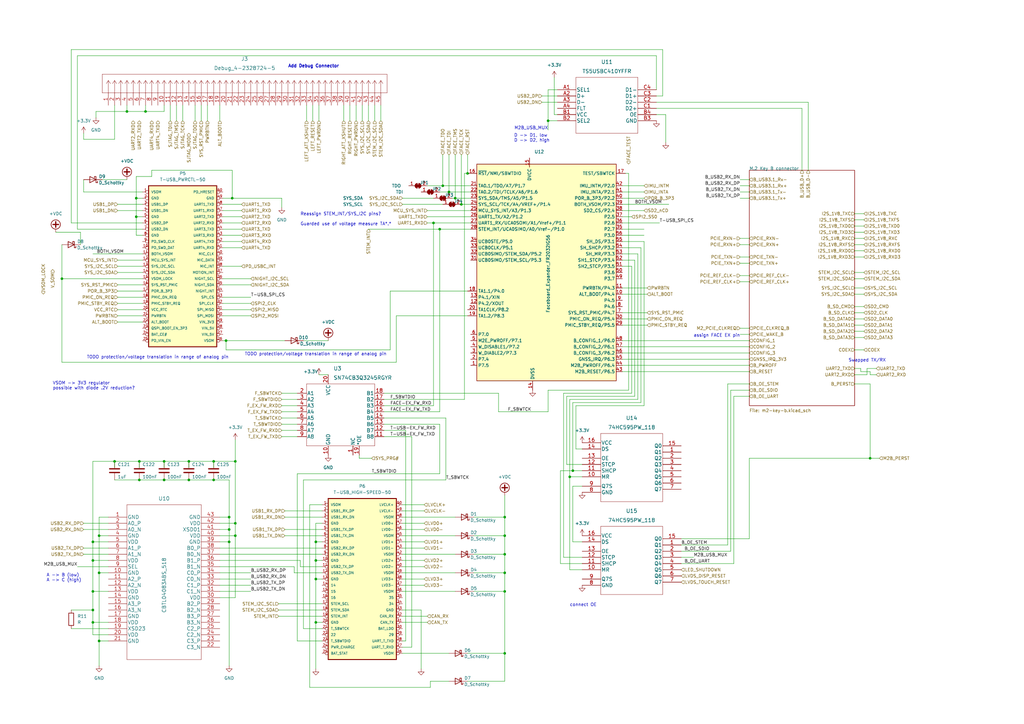
<source format=kicad_sch>
(kicad_sch (version 20211123) (generator eeschema)
  (paper "A3")
  (title_block (title "Expander, M.2 Key B and T-USB") (date "2022-08-23") (company "Digital Sculptor GmbH"))
  (junction (at 92.71 139.7))
  (junction (at 77.47 189.23))
  (junction (at 234.95 193.04))
  (junction (at 38.1 250.19))
  (junction (at 38.1 222.25))
  (junction (at 233.68 195.58))
  (junction (at 129.54 255.27))
  (junction (at 191.77 71.12))
  (junction (at 180.34 93.98))
  (junction (at 93.98 212.09))
  (junction (at 25.4 114.3))
  (junction (at 189.23 83.82))
  (junction (at 184.15 78.74))
  (junction (at 40.64 219.71))
  (junction (at 55.88 81.28))
  (junction (at 87.63 196.85))
  (junction (at 207.01 234.95))
  (junction (at 87.63 189.23))
  (junction (at 129.54 229.87))
  (junction (at 46.99 189.23))
  (junction (at 207.01 227.33))
  (junction (at 67.31 196.85))
  (junction (at 93.98 217.17))
  (junction (at 96.52 189.23))
  (junction (at 38.1 229.87))
  (junction (at 207.01 219.71))
  (junction (at 186.69 81.28))
  (junction (at 95.25 81.28))
  (junction (at 96.52 219.71))
  (junction (at 38.1 255.27))
  (junction (at 52.07 45.72))
  (junction (at 40.64 262.89))
  (junction (at 181.61 76.2))
  (junction (at 129.54 222.25))
  (junction (at 129.54 237.49))
  (junction (at 57.15 196.85))
  (junction (at 77.47 196.85))
  (junction (at 59.69 45.72))
  (junction (at 177.8 91.44))
  (junction (at 356.87 187.96))
  (junction (at 96.52 214.63))
  (junction (at 93.98 222.25))
  (junction (at 207.01 267.97))
  (junction (at 55.88 88.9))
  (junction (at 224.79 49.53))
  (junction (at 67.31 189.23))
  (junction (at 207.01 242.57))
  (junction (at 38.1 242.57))
  (junction (at 207.01 212.09))
  (junction (at 57.15 189.23))
  (junction (at 40.64 234.95))
  (wire (pts (xy 255.27 139.7) (xy 307.34 139.7)))
  (wire (pts (xy 48.26 121.92) (xy 58.42 121.92)))
  (wire (pts (xy 157.48 168.91) (xy 180.34 168.91)))
  (wire (pts (xy 91.44 116.84) (xy 102.87 116.84)))
  (wire (pts (xy 194.31 234.95) (xy 207.01 234.95)))
  (wire (pts (xy 115.57 166.37) (xy 121.92 166.37)))
  (wire (pts (xy 157.48 161.29) (xy 204.47 161.29)))
  (wire (pts (xy 85.09 49.53) (xy 85.09 43.18)))
  (wire (pts (xy 166.37 176.53) (xy 166.37 262.89)))
  (wire (pts (xy 57.15 189.23) (xy 67.31 189.23)))
  (wire (pts (xy 134.62 139.7) (xy 124.46 139.7)))
  (wire (pts (xy 55.88 88.9) (xy 55.88 96.52)))
  (wire (pts (xy 57.15 189.23) (xy 57.15 191.77)))
  (wire (pts (xy 350.52 135.89) (xy 354.33 135.89)))
  (wire (pts (xy 40.64 262.89) (xy 40.64 273.05)))
  (wire (pts (xy 238.76 184.15) (xy 236.22 184.15)))
  (wire (pts (xy 350.52 118.11) (xy 354.33 118.11)))
  (wire (pts (xy 229.87 193.04) (xy 234.95 193.04)))
  (wire (pts (xy 95.25 69.85) (xy 95.25 81.28)))
  (wire (pts (xy 207.01 203.2) (xy 207.01 212.09)))
  (wire (pts (xy 228.6 36.83) (xy 224.79 36.83)))
  (wire (pts (xy 255.27 106.68) (xy 260.35 106.68)))
  (wire (pts (xy 236.22 184.15) (xy 236.22 166.37)))
  (wire (pts (xy 91.44 129.54) (xy 102.87 129.54)))
  (wire (pts (xy 356.87 157.48) (xy 356.87 187.96)))
  (wire (pts (xy 204.47 161.29) (xy 204.47 168.91)))
  (wire (pts (xy 87.63 189.23) (xy 87.63 191.77)))
  (wire (pts (xy 350.52 125.73) (xy 354.33 125.73)))
  (wire (pts (xy 162.56 129.54) (xy 162.56 148.59)))
  (wire (pts (xy 262.89 101.6) (xy 262.89 165.1)))
  (wire (pts (xy 350.52 130.81) (xy 354.33 130.81)))
  (wire (pts (xy 160.02 143.51) (xy 92.71 143.51)))
  (wire (pts (xy 300.99 231.14) (xy 300.99 162.56)))
  (wire (pts (xy 90.17 242.57) (xy 102.87 242.57)))
  (wire (pts (xy 55.88 81.28) (xy 55.88 88.9)))
  (wire (pts (xy 350.52 100.33) (xy 354.33 100.33)))
  (wire (pts (xy 93.98 196.85) (xy 93.98 212.09)))
  (wire (pts (xy 186.69 63.5) (xy 186.69 81.28)))
  (wire (pts (xy 271.78 39.37) (xy 271.78 20.32)))
  (wire (pts (xy 151.13 43.18) (xy 151.13 49.53)))
  (wire (pts (xy 279.4 231.14) (xy 300.99 231.14)))
  (wire (pts (xy 90.17 49.53) (xy 90.17 43.18)))
  (wire (pts (xy 165.1 83.82) (xy 181.61 83.82)))
  (wire (pts (xy 165.1 255.27) (xy 175.26 255.27)))
  (wire (pts (xy 299.72 160.02) (xy 307.34 160.02)))
  (wire (pts (xy 34.29 57.15) (xy 46.99 57.15)))
  (wire (pts (xy 224.79 49.53) (xy 224.79 53.34)))
  (wire (pts (xy 350.52 143.51) (xy 354.33 143.51)))
  (wire (pts (xy 74.93 49.53) (xy 74.93 43.18)))
  (wire (pts (xy 350.52 128.27) (xy 354.33 128.27)))
  (wire (pts (xy 182.88 196.85) (xy 124.46 196.85)))
  (wire (pts (xy 191.77 279.4) (xy 207.01 279.4)))
  (wire (pts (xy 176.53 281.94) (xy 176.53 279.4)))
  (wire (pts (xy 91.44 96.52) (xy 99.06 96.52)))
  (wire (pts (xy 130.81 153.67) (xy 134.62 153.67)))
  (wire (pts (xy 224.79 160.02) (xy 224.79 168.91)))
  (wire (pts (xy 127 281.94) (xy 176.53 281.94)))
  (wire (pts (xy 191.77 71.12) (xy 190.5 71.12)))
  (wire (pts (xy 58.42 81.28) (xy 55.88 81.28)))
  (wire (pts (xy 350.52 90.17) (xy 354.33 90.17)))
  (wire (pts (xy 55.88 88.9) (xy 58.42 88.9)))
  (wire (pts (xy 284.48 228.6) (xy 279.4 228.6)))
  (wire (pts (xy 255.27 147.32) (xy 307.34 147.32)))
  (wire (pts (xy 255.27 133.35) (xy 265.43 133.35)))
  (wire (pts (xy 303.53 73.66) (xy 307.34 73.66)))
  (wire (pts (xy 31.75 232.41) (xy 44.45 232.41)))
  (wire (pts (xy 91.44 127) (xy 102.87 127)))
  (wire (pts (xy 255.27 149.86) (xy 307.34 149.86)))
  (wire (pts (xy 177.8 91.44) (xy 193.04 91.44)))
  (wire (pts (xy 269.24 41.91) (xy 331.47 41.91)))
  (wire (pts (xy 255.27 118.11) (xy 265.43 118.11)))
  (wire (pts (xy 57.15 196.85) (xy 67.31 196.85)))
  (wire (pts (xy 120.65 232.41) (xy 90.17 232.41)))
  (wire (pts (xy 259.08 109.22) (xy 255.27 109.22)))
  (wire (pts (xy 260.35 162.56) (xy 232.41 162.56)))
  (wire (pts (xy 34.29 73.66) (xy 34.29 78.74)))
  (wire (pts (xy 165.1 240.03) (xy 173.99 240.03)))
  (wire (pts (xy 255.27 88.9) (xy 259.08 88.9)))
  (wire (pts (xy 165.1 250.19) (xy 172.72 250.19)))
  (wire (pts (xy 165.1 217.17) (xy 173.99 217.17)))
  (wire (pts (xy 303.53 115.57) (xy 307.34 115.57)))
  (wire (pts (xy 181.61 63.5) (xy 181.61 76.2)))
  (wire (pts (xy 207.01 234.95) (xy 207.01 227.33)))
  (wire (pts (xy 175.26 86.36) (xy 193.04 86.36)))
  (wire (pts (xy 224.79 36.83) (xy 224.79 49.53)))
  (wire (pts (xy 91.44 124.46) (xy 102.87 124.46)))
  (wire (pts (xy 38.1 255.27) (xy 38.1 260.35)))
  (wire (pts (xy 233.68 163.83) (xy 261.62 163.83)))
  (wire (pts (xy 77.47 196.85) (xy 87.63 196.85)))
  (wire (pts (xy 224.79 49.53) (xy 228.6 49.53)))
  (wire (pts (xy 350.52 87.63) (xy 354.33 87.63)))
  (wire (pts (xy 38.1 255.27) (xy 44.45 255.27)))
  (wire (pts (xy 175.26 91.44) (xy 177.8 91.44)))
  (wire (pts (xy 157.48 163.83) (xy 190.5 163.83)))
  (wire (pts (xy 157.48 179.07) (xy 168.91 179.07)))
  (wire (pts (xy 44.45 212.09) (xy 40.64 212.09)))
  (wire (pts (xy 207.01 267.97) (xy 207.01 242.57)))
  (wire (pts (xy 69.85 49.53) (xy 69.85 43.18)))
  (wire (pts (xy 31.75 22.86) (xy 31.75 93.98)))
  (wire (pts (xy 120.65 234.95) (xy 120.65 232.41)))
  (wire (pts (xy 38.1 222.25) (xy 38.1 229.87)))
  (wire (pts (xy 40.64 219.71) (xy 40.64 234.95)))
  (wire (pts (xy 146.05 43.18) (xy 146.05 49.53)))
  (wire (pts (xy 184.15 78.74) (xy 193.04 78.74)))
  (wire (pts (xy 182.88 171.45) (xy 182.88 196.85)))
  (wire (pts (xy 303.53 81.28) (xy 307.34 81.28)))
  (wire (pts (xy 129.54 222.25) (xy 132.08 222.25)))
  (wire (pts (xy 34.29 214.63) (xy 44.45 214.63)))
  (wire (pts (xy 190.5 71.12) (xy 190.5 163.83)))
  (wire (pts (xy 48.26 132.08) (xy 58.42 132.08)))
  (wire (pts (xy 165.1 267.97) (xy 184.15 267.97)))
  (wire (pts (xy 232.41 190.5) (xy 238.76 190.5)))
  (wire (pts (xy 303.53 78.74) (xy 307.34 78.74)))
  (wire (pts (xy 58.42 78.74) (xy 34.29 78.74)))
  (wire (pts (xy 115.57 171.45) (xy 121.92 171.45)))
  (wire (pts (xy 207.01 227.33) (xy 207.01 219.71)))
  (wire (pts (xy 29.21 91.44) (xy 58.42 91.44)))
  (wire (pts (xy 132.08 207.01) (xy 127 207.01)))
  (wire (pts (xy 129.54 255.27) (xy 132.08 255.27)))
  (wire (pts (xy 62.23 72.39) (xy 62.23 69.85)))
  (wire (pts (xy 59.69 45.72) (xy 52.07 45.72)))
  (wire (pts (xy 165.1 214.63) (xy 173.99 214.63)))
  (wire (pts (xy 90.17 219.71) (xy 96.52 219.71)))
  (wire (pts (xy 356.87 152.4) (xy 356.87 153.67)))
  (wire (pts (xy 52.07 73.66) (xy 41.91 73.66)))
  (wire (pts (xy 67.31 196.85) (xy 77.47 196.85)))
  (wire (pts (xy 140.97 43.18) (xy 140.97 49.53)))
  (wire (pts (xy 55.88 96.52) (xy 58.42 96.52)))
  (wire (pts (xy 255.27 76.2) (xy 264.16 76.2)))
  (wire (pts (xy 207.01 219.71) (xy 207.01 212.09)))
  (wire (pts (xy 262.89 165.1) (xy 234.95 165.1)))
  (wire (pts (xy 255.27 93.98) (xy 264.16 93.98)))
  (wire (pts (xy 132.08 252.73) (xy 114.3 252.73)))
  (wire (pts (xy 231.14 161.29) (xy 259.08 161.29)))
  (wire (pts (xy 115.57 176.53) (xy 121.92 176.53)))
  (wire (pts (xy 238.76 195.58) (xy 233.68 195.58)))
  (wire (pts (xy 114.3 250.19) (xy 132.08 250.19)))
  (wire (pts (xy 77.47 189.23) (xy 77.47 191.77)))
  (wire (pts (xy 194.31 219.71) (xy 207.01 219.71)))
  (wire (pts (xy 29.21 257.81) (xy 44.45 257.81)))
  (wire (pts (xy 279.4 223.52) (xy 298.45 223.52)))
  (wire (pts (xy 48.26 83.82) (xy 58.42 83.82)))
  (wire (pts (xy 207.01 242.57) (xy 207.01 234.95)))
  (wire (pts (xy 261.62 104.14) (xy 255.27 104.14)))
  (wire (pts (xy 38.1 229.87) (xy 44.45 229.87)))
  (wire (pts (xy 90.17 217.17) (xy 93.98 217.17)))
  (wire (pts (xy 255.27 152.4) (xy 307.34 152.4)))
  (wire (pts (xy 22.86 95.25) (xy 33.02 95.25)))
  (wire (pts (xy 298.45 157.48) (xy 307.34 157.48)))
  (wire (pts (xy 143.51 43.18) (xy 143.51 49.53)))
  (wire (pts (xy 91.44 86.36) (xy 99.06 86.36)))
  (wire (pts (xy 48.26 86.36) (xy 58.42 86.36)))
  (wire (pts (xy 67.31 45.72) (xy 59.69 45.72)))
  (wire (pts (xy 255.27 142.24) (xy 307.34 142.24)))
  (wire (pts (xy 236.22 166.37) (xy 264.16 166.37)))
  (wire (pts (xy 90.17 237.49) (xy 102.87 237.49)))
  (wire (pts (xy 204.47 168.91) (xy 224.79 168.91)))
  (wire (pts (xy 44.45 260.35) (xy 38.1 260.35)))
  (wire (pts (xy 162.56 148.59) (xy 25.4 148.59)))
  (wire (pts (xy 91.44 114.3) (xy 102.87 114.3)))
  (wire (pts (xy 130.81 43.18) (xy 130.81 49.53)))
  (wire (pts (xy 72.39 49.53) (xy 72.39 43.18)))
  (wire (pts (xy 234.95 199.39) (xy 234.95 222.25)))
  (wire (pts (xy 350.52 111.76) (xy 354.33 111.76)))
  (wire (pts (xy 129.54 237.49) (xy 132.08 237.49)))
  (wire (pts (xy 31.75 93.98) (xy 58.42 93.98)))
  (wire (pts (xy 90.17 234.95) (xy 102.87 234.95)))
  (wire (pts (xy 165.1 265.43) (xy 168.91 265.43)))
  (wire (pts (xy 229.87 231.14) (xy 229.87 193.04)))
  (wire (pts (xy 132.08 214.63) (xy 129.54 214.63)))
  (wire (pts (xy 165.1 207.01) (xy 173.99 207.01)))
  (wire (pts (xy 48.26 119.38) (xy 58.42 119.38)))
  (wire (pts (xy 350.52 97.79) (xy 354.33 97.79)))
  (wire (pts (xy 59.69 43.18) (xy 59.69 45.72)))
  (wire (pts (xy 123.19 232.41) (xy 132.08 232.41)))
  (wire (pts (xy 189.23 83.82) (xy 193.04 83.82)))
  (wire (pts (xy 168.91 179.07) (xy 168.91 265.43)))
  (wire (pts (xy 191.77 63.5) (xy 191.77 71.12)))
  (wire (pts (xy 279.4 220.98) (xy 307.34 220.98)))
  (wire (pts (xy 48.26 109.22) (xy 58.42 109.22)))
  (wire (pts (xy 255.27 120.65) (xy 265.43 120.65)))
  (wire (pts (xy 269.24 39.37) (xy 271.78 39.37)))
  (wire (pts (xy 40.64 234.95) (xy 40.64 262.89)))
  (wire (pts (xy 175.26 88.9) (xy 193.04 88.9)))
  (wire (pts (xy 194.31 212.09) (xy 207.01 212.09)))
  (wire (pts (xy 96.52 180.34) (xy 96.52 189.23)))
  (wire (pts (xy 115.57 163.83) (xy 121.92 163.83)))
  (wire (pts (xy 303.53 113.03) (xy 307.34 113.03)))
  (wire (pts (xy 129.54 222.25) (xy 129.54 229.87)))
  (wire (pts (xy 300.99 162.56) (xy 307.34 162.56)))
  (wire (pts (xy 255.27 91.44) (xy 270.51 91.44)))
  (wire (pts (xy 90.17 222.25) (xy 93.98 222.25)))
  (wire (pts (xy 127 207.01) (xy 127 281.94)))
  (wire (pts (xy 87.63 189.23) (xy 96.52 189.23)))
  (wire (pts (xy 160.02 119.38) (xy 160.02 143.51)))
  (wire (pts (xy 90.17 212.09) (xy 93.98 212.09)))
  (wire (pts (xy 77.47 189.23) (xy 87.63 189.23)))
  (wire (pts (xy 125.73 43.18) (xy 125.73 49.53)))
  (wire (pts (xy 48.26 116.84) (xy 58.42 116.84)))
  (wire (pts (xy 91.44 88.9) (xy 99.06 88.9)))
  (wire (pts (xy 25.4 114.3) (xy 25.4 100.33)))
  (wire (pts (xy 234.95 193.04) (xy 238.76 193.04)))
  (wire (pts (xy 96.52 219.71) (xy 96.52 245.11)))
  (wire (pts (xy 34.29 54.61) (xy 34.29 57.15)))
  (wire (pts (xy 132.08 257.81) (xy 124.46 257.81)))
  (wire (pts (xy 273.05 46.99) (xy 273.05 58.42)))
  (wire (pts (xy 350.52 114.3) (xy 354.33 114.3)))
  (wire (pts (xy 92.71 139.7) (xy 92.71 143.51)))
  (wire (pts (xy 165.1 81.28) (xy 177.8 81.28)))
  (wire (pts (xy 116.84 217.17) (xy 132.08 217.17)))
  (wire (pts (xy 157.48 173.99) (xy 180.34 173.99)))
  (wire (pts (xy 29.21 250.19) (xy 38.1 250.19)))
  (wire (pts (xy 350.52 153.67) (xy 355.6 153.67)))
  (wire (pts (xy 298.45 223.52) (xy 298.45 157.48)))
  (wire (pts (xy 129.54 229.87) (xy 129.54 237.49)))
  (wire (pts (xy 91.44 109.22) (xy 99.06 109.22)))
  (wire (pts (xy 80.01 49.53) (xy 80.01 43.18)))
  (wire (pts (xy 259.08 161.29) (xy 259.08 109.22)))
  (wire (pts (xy 123.19 232.41) (xy 123.19 229.87)))
  (wire (pts (xy 256.54 71.12) (xy 257.81 71.12)))
  (wire (pts (xy 91.44 93.98) (xy 99.06 93.98)))
  (wire (pts (xy 356.87 153.67) (xy 359.41 153.67)))
  (wire (pts (xy 91.44 121.92) (xy 102.87 121.92)))
  (wire (pts (xy 307.34 187.96) (xy 356.87 187.96)))
  (wire (pts (xy 350.52 151.13) (xy 353.06 151.13)))
  (wire (pts (xy 303.53 137.16) (xy 307.34 137.16)))
  (wire (pts (xy 121.92 194.31) (xy 121.92 262.89)))
  (wire (pts (xy 194.31 227.33) (xy 207.01 227.33)))
  (wire (pts (xy 350.52 120.65) (xy 354.33 120.65)))
  (wire (pts (xy 157.48 176.53) (xy 166.37 176.53)))
  (wire (pts (xy 90.17 227.33) (xy 132.08 227.33)))
  (wire (pts (xy 350.52 105.41) (xy 354.33 105.41)))
  (wire (pts (xy 93.98 222.25) (xy 93.98 273.05)))
  (wire (pts (xy 255.27 130.81) (xy 265.43 130.81)))
  (wire (pts (xy 52.07 43.18) (xy 52.07 45.72)))
  (wire (pts (xy 151.13 93.98) (xy 180.34 93.98)))
  (wire (pts (xy 175.26 76.2) (xy 181.61 76.2)))
  (wire (pts (xy 165.1 237.49) (xy 173.99 237.49)))
  (wire (pts (xy 29.21 20.32) (xy 29.21 91.44)))
  (wire (pts (xy 260.35 106.68) (xy 260.35 162.56)))
  (wire (pts (xy 115.57 81.28) (xy 115.57 85.09)))
  (wire (pts (xy 194.31 242.57) (xy 207.01 242.57)))
  (wire (pts (xy 116.84 209.55) (xy 132.08 209.55)))
  (wire (pts (xy 350.52 102.87) (xy 354.33 102.87)))
  (wire (pts (xy 303.53 97.79) (xy 307.34 97.79)))
  (wire (pts (xy 269.24 46.99) (xy 273.05 46.99)))
  (wire (pts (xy 233.68 233.68) (xy 233.68 195.58)))
  (wire (pts (xy 238.76 231.14) (xy 229.87 231.14)))
  (wire (pts (xy 40.64 262.89) (xy 44.45 262.89)))
  (wire (pts (xy 355.6 151.13) (xy 359.41 151.13)))
  (wire (pts (xy 165.1 232.41) (xy 173.99 232.41)))
  (wire (pts (xy 157.48 166.37) (xy 177.8 166.37)))
  (wire (pts (xy 269.24 36.83) (xy 269.24 22.86)))
  (wire (pts (xy 34.29 227.33) (xy 44.45 227.33)))
  (wire (pts (xy 147.32 187.96) (xy 152.4 187.96)))
  (wire (pts (xy 232.41 162.56) (xy 232.41 190.5)))
  (wire (pts (xy 255.27 78.74) (xy 264.16 78.74)))
  (wire (pts (xy 156.21 43.18) (xy 156.21 49.53)))
  (wire (pts (xy 91.44 139.7) (xy 92.71 139.7)))
  (wire (pts (xy 90.17 240.03) (xy 102.87 240.03)))
  (wire (pts (xy 95.25 81.28) (xy 115.57 81.28)))
  (wire (pts (xy 165.1 209.55) (xy 173.99 209.55)))
  (wire (pts (xy 33.02 95.25) (xy 33.02 100.33)))
  (wire (pts (xy 91.44 81.28) (xy 95.25 81.28)))
  (wire (pts (xy 257.81 71.12) (xy 257.81 160.02)))
  (wire (pts (xy 46.99 189.23) (xy 57.15 189.23)))
  (wire (pts (xy 67.31 189.23) (xy 67.31 191.77)))
  (wire (pts (xy 191.77 267.97) (xy 207.01 267.97)))
  (wire (pts (xy 176.53 279.4) (xy 184.15 279.4)))
  (wire (pts (xy 165.1 219.71) (xy 186.69 219.71)))
  (wire (pts (xy 180.34 194.31) (xy 121.92 194.31)))
  (wire (pts (xy 264.16 99.06) (xy 255.27 99.06)))
  (wire (pts (xy 38.1 242.57) (xy 38.1 250.19)))
  (wire (pts (xy 180.34 173.99) (xy 180.34 194.31)))
  (wire (pts (xy 38.1 229.87) (xy 38.1 242.57)))
  (wire (pts (xy 115.57 161.29) (xy 121.92 161.29)))
  (wire (pts (xy 165.1 242.57) (xy 186.69 242.57)))
  (wire (pts (xy 90.17 214.63) (xy 96.52 214.63)))
  (wire (pts (xy 39.37 45.72) (xy 39.37 48.26)))
  (wire (pts (xy 350.52 133.35) (xy 354.33 133.35)))
  (wire (pts (xy 96.52 214.63) (xy 96.52 219.71)))
  (wire (pts (xy 165.1 252.73) (xy 175.26 252.73)))
  (wire (pts (xy 180.34 93.98) (xy 180.34 168.91)))
  (wire (pts (xy 91.44 99.06) (xy 99.06 99.06)))
  (wire (pts (xy 46.99 189.23) (xy 46.99 191.77)))
  (wire (pts (xy 93.98 217.17) (xy 93.98 222.25)))
  (wire (pts (xy 355.6 153.67) (xy 355.6 151.13)))
  (wire (pts (xy 62.23 69.85) (xy 95.25 69.85)))
  (wire (pts (xy 228.6 46.99) (xy 227.33 46.99)))
  (wire (pts (xy 191.77 129.54) (xy 162.56 129.54)))
  (wire (pts (xy 55.88 81.28) (xy 55.88 72.39)))
  (wire (pts (xy 34.29 217.17) (xy 44.45 217.17)))
  (wire (pts (xy 116.84 219.71) (xy 132.08 219.71)))
  (wire (pts (xy 147.32 186.69) (xy 147.32 187.96)))
  (wire (pts (xy 38.1 250.19) (xy 38.1 255.27)))
  (wire (pts (xy 116.84 139.7) (xy 92.71 139.7)))
  (wire (pts (xy 255.27 81.28) (xy 264.16 81.28)))
  (wire (pts (xy 255.27 86.36) (xy 264.16 86.36)))
  (wire (pts (xy 186.69 81.28) (xy 185.42 81.28)))
  (wire (pts (xy 38.1 189.23) (xy 38.1 222.25)))
  (wire (pts (xy 96.52 189.23) (xy 96.52 214.63)))
  (wire (pts (xy 180.34 93.98) (xy 193.04 93.98)))
  (wire (pts (xy 129.54 237.49) (xy 129.54 255.27)))
  (wire (pts (xy 231.14 228.6) (xy 231.14 161.29)))
  (wire (pts (xy 115.57 173.99) (xy 121.92 173.99)))
  (wire (pts (xy 91.44 83.82) (xy 99.06 83.82)))
  (wire (pts (xy 303.53 100.33) (xy 307.34 100.33)))
  (wire (pts (xy 356.87 187.96) (xy 360.68 187.96)))
  (wire (pts (xy 255.27 144.78) (xy 307.34 144.78)))
  (wire (pts (xy 46.99 196.85) (xy 57.15 196.85)))
  (wire (pts (xy 116.84 212.09) (xy 132.08 212.09)))
  (wire (pts (xy 91.44 101.6) (xy 99.06 101.6)))
  (wire (pts (xy 222.25 39.37) (xy 228.6 39.37)))
  (wire (pts (xy 132.08 262.89) (xy 121.92 262.89)))
  (wire (pts (xy 279.4 226.06) (xy 299.72 226.06)))
  (wire (pts (xy 128.27 43.18) (xy 128.27 49.53)))
  (wire (pts (xy 58.42 114.3) (xy 25.4 114.3)))
  (wire (pts (xy 165.1 262.89) (xy 166.37 262.89)))
  (wire (pts (xy 91.44 91.44) (xy 99.06 91.44)))
  (wire (pts (xy 38.1 222.25) (xy 44.45 222.25)))
  (wire (pts (xy 93.98 212.09) (xy 93.98 217.17)))
  (wire (pts (xy 189.23 63.5) (xy 189.23 83.82)))
  (wire (pts (xy 177.8 91.44) (xy 177.8 166.37)))
  (wire (pts (xy 353.06 151.13) (xy 353.06 152.4)))
  (wire (pts (xy 331.47 41.91) (xy 331.47 69.85)))
  (wire (pts (xy 238.76 199.39) (xy 234.95 199.39)))
  (wire (pts (xy 38.1 104.14) (xy 58.42 104.14)))
  (wire (pts (xy 191.77 119.38) (xy 160.02 119.38)))
  (wire (pts (xy 269.24 22.86) (xy 31.75 22.86)))
  (wire (pts (xy 350.52 138.43) (xy 354.33 138.43)))
  (wire (pts (xy 48.26 111.76) (xy 58.42 111.76)))
  (wire (pts (xy 234.95 222.25) (xy 238.76 222.25)))
  (wire (pts (xy 25.4 148.59) (xy 25.4 114.3)))
  (wire (pts (xy 87.63 196.85) (xy 93.98 196.85)))
  (wire (pts (xy 40.64 234.95) (xy 44.45 234.95)))
  (wire (pts (xy 299.72 226.06) (xy 299.72 160.02)))
  (wire (pts (xy 328.93 44.45) (xy 328.93 69.85)))
  (wire (pts (xy 227.33 46.99) (xy 227.33 31.75)))
  (wire (pts (xy 165.1 229.87) (xy 173.99 229.87)))
  (wire (pts (xy 222.25 41.91) (xy 228.6 41.91)))
  (wire (pts (xy 129.54 229.87) (xy 132.08 229.87)))
  (wire (pts (xy 303.53 134.62) (xy 307.34 134.62)))
  (wire (pts (xy 261.62 163.83) (xy 261.62 104.14)))
  (wire (pts (xy 307.34 220.98) (xy 307.34 187.96)))
  (wire (pts (xy 48.26 124.46) (xy 58.42 124.46)))
  (wire (pts (xy 255.27 101.6) (xy 262.89 101.6)))
  (wire (pts (xy 264.16 166.37) (xy 264.16 99.06)))
  (wire (pts (xy 157.48 171.45) (xy 182.88 171.45)))
  (wire (pts (xy 238.76 228.6) (xy 231.14 228.6)))
  (wire (pts (xy 238.76 233.68) (xy 233.68 233.68)))
  (wire (pts (xy 129.54 214.63) (xy 129.54 222.25)))
  (wire (pts (xy 115.57 179.07) (xy 121.92 179.07)))
  (wire (pts (xy 124.46 196.85) (xy 124.46 257.81)))
  (wire (pts (xy 353.06 152.4) (xy 356.87 152.4)))
  (wire (pts (xy 172.72 250.19) (xy 172.72 274.32)))
  (wire (pts (xy 39.37 45.72) (xy 52.07 45.72)))
  (wire (pts (xy 181.61 76.2) (xy 193.04 76.2)))
  (wire (pts (xy 40.64 212.09) (xy 40.64 219.71)))
  (wire (pts (xy 48.26 129.54) (xy 58.42 129.54)))
  (wire (pts (xy 350.52 95.25) (xy 354.33 95.25)))
  (wire (pts (xy 29.21 20.32) (xy 271.78 20.32)))
  (wire (pts (xy 186.69 81.28) (xy 193.04 81.28)))
  (wire (pts (xy 165.1 222.25) (xy 173.99 222.25)))
  (wire (pts (xy 46.99 57.15) (xy 46.99 43.18)))
  (wire (pts (xy 180.34 78.74) (xy 184.15 78.74)))
  (wire (pts (xy 67.31 189.23) (xy 77.47 189.23)))
  (wire (pts (xy 234.95 165.1) (xy 234.95 193.04)))
  (wire (pts (xy 356.87 157.48) (xy 350.52 157.48)))
  (wire (pts (xy 207.01 279.4) (xy 207.01 267.97)))
  (wire (pts (xy 82.55 43.18) (xy 82.55 49.53)))
  (wire (pts (xy 303.53 107.95) (xy 307.34 107.95)))
  (wire (pts (xy 165.1 234.95) (xy 186.69 234.95)))
  (wire (pts (xy 90.17 245.11) (xy 96.52 245.11)))
  (wire (pts (xy 269.24 44.45) (xy 328.93 44.45)))
  (wire (pts (xy 233.68 195.58) (xy 233.68 163.83)))
  (wire (pts (xy 129.54 255.27) (xy 129.54 274.32)))
  (wire (pts (xy 123.19 229.87) (xy 90.17 229.87)))
  (wire (pts (xy 303.53 76.2) (xy 307.34 76.2)))
  (wire (pts (xy 120.65 234.95) (xy 132.08 234.95)))
  (wire (pts (xy 153.67 43.18) (xy 153.67 49.53)))
  (wire (pts (xy 165.1 224.79) (xy 173.99 224.79)))
  (wire (pts (xy 148.59 43.18) (xy 148.59 49.53)))
  (wire (pts (xy 115.57 168.91) (xy 121.92 168.91)))
  (wire (pts (xy 40.64 219.71) (xy 44.45 219.71)))
  (wire (pts (xy 48.26 127) (xy 58.42 127)))
  (wire (pts (xy 114.3 247.65) (xy 132.08 247.65)))
  (wire (pts (xy 255.27 128.27) (xy 265.43 128.27)))
  (wire (pts (xy 48.26 106.68) (xy 58.42 106.68)))
  (wire (pts (xy 38.1 242.57) (xy 44.45 242.57)))
  (wire (pts (xy 38.1 189.23) (xy 46.99 189.23)))
  (wire (pts (xy 255.27 96.52) (xy 264.16 96.52)))
  (wire (pts (xy 34.29 224.79) (xy 44.45 224.79)))
  (wire (pts (xy 165.1 227.33) (xy 186.69 227.33)))
  (wire (pts (xy 257.81 160.02) (xy 224.79 160.02)))
  (wire (pts (xy 184.15 63.5) (xy 184.15 78.74)))
  (wire (pts (xy 67.31 43.18) (xy 67.31 45.72)))
  (wire (pts (xy 165.1 212.09) (xy 186.69 212.09)))
  (wire (pts (xy 90.17 224.79) (xy 132.08 224.79)))
  (wire (pts (xy 255.27 83.82) (xy 274.32 83.82)))
  (wire (pts (xy 55.88 72.39) (xy 62.23 72.39)))
  (wire (pts (xy 350.52 92.71) (xy 354.33 92.71)))
  (wire (pts (xy 303.53 105.41) (xy 307.34 105.41)))
  (text "connect OE" (at 233.68 248.92 0) (effects (font (size 1.27 1.27)) (justify left bottom)))
  (text "Swapped TX/RX" (at 347.98 148.59 0) (effects (font (size 1.27 1.27)) (justify left bottom)))
  (text "D -> D1, low\nD -> D2, high" (at 210.82 58.42 0) (effects (font (size 1.27 1.27)) (justify left bottom)))
  (text "Add Debug Connector" (at 118.11 27.94 0) (effects (font (size 1.27 1.27) bold) (justify left bottom)))
  (text "TODO protection/voltage translation in range of analog pin" (at 35.56 147.32 0) (effects (font (size 1.27 1.27)) (justify left bottom)))
  (text "A -> B (low)\nA -> C (high)" (at 19.05 238.76 0) (effects (font (size 1.27 1.27)) (justify left bottom)))
  (text "assign FACE EX pin\n" (at 284.48 138.43 0) (effects (font (size 1.27 1.27)) (justify left bottom)))
  (text "M2B_USB_MUX" (at 224.79 53.34 180) (effects (font (size 1.27 1.27)) (justify right bottom)))
  (text "Reassign STEM_INT/SYS_I2C pins?\n\nGuarded use of voltage measure TA*.*" (at 123.19 92.71 0) (effects (font (size 1.27 1.27)) (justify left bottom)))
  (text "VSOM -> 3V3 regulator\npossible with diode .2V reduction?" (at 21.59 160.02 0) (effects (font (size 1.27 1.27)) (justify left bottom)))
  (text "TODO protection/voltage translation in range of analog pin" (at 100.33 146.05 0) (effects (font (size 1.27 1.27)) (justify left bottom)))
  (label "M2B_USB_MUX" (at 284.48 228.6 0))
  (label "F_SBWTCK" (at 208.28 168.91 0))
  (label "B_OE_UART" (at 280.67 231.14 0))
  (label "B_OE_STEM" (at 279.4 223.52 0))
  (label "T_SBWTDIO" (at 152.4 194.31 0))
  (label "T-USB_SPI_CS" (at 102.87 121.92 0))
  (label "BOTH_VSOM" (at 50.8 104.14 180))
  (label "B_USB2_TX_DP" (at 102.87 240.03 0))
  (label "F_SBWTDIO" (at 160.02 163.83 0))
  (label "FACE-EX_FW_TXD" (at 160.02 168.91 0))
  (label "T-USB-EX_FW_RXD" (at 160.02 176.53 0))
  (label "BOTH_VSOM" (at 260.35 83.82 0))
  (label "B_USB2_RX_DP" (at 102.87 234.95 0))
  (label "T_SBWTCK" (at 182.88 196.85 0))
  (label "B_OE_SDIO" (at 280.67 226.06 0))
  (label "B_USB2_RX_DN" (at 303.53 73.66 180))
  (label "M2B_USB_MUX" (at 31.75 232.41 180))
  (label "B_USB2_TX_DN" (at 303.53 78.74 180))
  (label "T-USB_SPI_CS" (at 270.51 91.44 0))
  (label "B_USB2_RX_DP" (at 303.53 76.2 180))
  (label "FACE-EX_FW_RXD" (at 160.02 166.37 0))
  (label "T-USB-EX_FW_TXD" (at 160.02 179.07 0))
  (label "B_USB2_TX_DN" (at 102.87 242.57 0))
  (label "B_USB2_RX_DN" (at 102.87 237.49 0))
  (label "B_USB2_TX_DP" (at 303.53 81.28 180))
  (hierarchical_label "PCIE_RXN-" (shape input) (at 307.34 97.79 0))
  (hierarchical_label "PCIE_RXN+" (shape input) (at 307.34 100.33 0))
  (hierarchical_label "PCIE_RXN-" (shape input) (at 303.53 97.79 180))
  (hierarchical_label "F_EX_FW_RXD" (shape input) (at 115.57 166.37 180))
  (hierarchical_label "LVDS_TOUCH_RESET" (shape input) (at 279.4 238.76 0))
  (hierarchical_label "T_EX_FW_RXD" (shape input) (at 115.57 176.53 180))
  (hierarchical_label "LVD2+" (shape input) (at 173.99 229.87 0))
  (hierarchical_label "STEM_I2C_SDA" (shape input) (at 156.21 49.53 270))
  (hierarchical_label "USB1_TX_DN" (shape input) (at 116.84 219.71 180))
  (hierarchical_label "SPI2_MOSI" (shape input) (at 102.87 129.54 0))
  (hierarchical_label "PCIE_TXN-" (shape input) (at 307.34 105.41 0))
  (hierarchical_label "SD2_nCD" (shape input) (at 264.16 86.36 0))
  (hierarchical_label "I2S_1V8_TXD3" (shape input) (at 354.33 95.25 0))
  (hierarchical_label "B_OE_SDIO" (shape input) (at 307.34 160.02 0))
  (hierarchical_label "PCIE_REF_CLK+" (shape input) (at 303.53 115.57 180))
  (hierarchical_label "LVD1-" (shape input) (at 173.99 224.79 0))
  (hierarchical_label "I2S_1V8_TXC" (shape input) (at 354.33 87.63 0))
  (hierarchical_label "LVD2-" (shape input) (at 173.99 232.41 0))
  (hierarchical_label "LVD3+" (shape input) (at 173.99 237.49 0))
  (hierarchical_label "PCIE_CLKREQ_B" (shape input) (at 307.34 134.62 0))
  (hierarchical_label "CONFIG_1" (shape input) (at 307.34 139.7 0))
  (hierarchical_label "SYS_I2C_SCL" (shape input) (at 165.1 83.82 180))
  (hierarchical_label "SD2_DATA1" (shape input) (at 354.33 133.35 0))
  (hierarchical_label "LVD3-" (shape input) (at 173.99 240.03 0))
  (hierarchical_label "FACE_TCK" (shape input) (at 189.23 63.5 90))
  (hierarchical_label "UART2_TXD" (shape input) (at 57.15 49.53 270))
  (hierarchical_label "PWRBTN" (shape input) (at 48.26 129.54 180))
  (hierarchical_label "IMU_INTM" (shape input) (at 264.16 76.2 0))
  (hierarchical_label "M2B_PERST" (shape input) (at 360.68 187.96 0))
  (hierarchical_label "UART3_TXD" (shape input) (at 99.06 93.98 0))
  (hierarchical_label "SYS_RST_PMIC" (shape input) (at 265.43 128.27 0))
  (hierarchical_label "UART4_TXD" (shape input) (at 64.77 49.53 270))
  (hierarchical_label "LVDS_DISP_RESET" (shape input) (at 279.4 236.22 0))
  (hierarchical_label "LEFT_RESET" (shape input) (at 128.27 49.53 270))
  (hierarchical_label "PMIC_ON_REQ" (shape input) (at 48.26 121.92 180))
  (hierarchical_label "MCU_SYS_INT" (shape input) (at 48.26 106.68 180))
  (hierarchical_label "LVD0-" (shape input) (at 173.99 217.17 0))
  (hierarchical_label "VSOM_LOCK" (shape input) (at 17.78 120.65 90))
  (hierarchical_label "STEM_I2C_SCL" (shape input) (at 114.3 247.65 180))
  (hierarchical_label "SJTAG_TDO" (shape input) (at 80.01 49.53 270))
  (hierarchical_label "RIGHT_RESET" (shape input) (at 143.51 49.53 270))
  (hierarchical_label "PMIC_STBY_REQ" (shape input) (at 265.43 133.35 0))
  (hierarchical_label "UART2_TXD" (shape input) (at 350.52 151.13 180))
  (hierarchical_label "I2S_1V8_RXC" (shape input) (at 354.33 97.79 0))
  (hierarchical_label "B_PWROFF" (shape input) (at 307.34 149.86 0))
  (hierarchical_label "USB1_DP" (shape input) (at 48.26 83.82 180))
  (hierarchical_label "SPI2_SS0" (shape input) (at 259.08 88.9 0))
  (hierarchical_label "USB1_DN" (shape input) (at 48.26 86.36 180))
  (hierarchical_label "SYS_I2C_SDA" (shape input) (at 48.26 111.76 180))
  (hierarchical_label "STEM_I2C_SDA" (shape input) (at 114.3 250.19 180))
  (hierarchical_label "CAN_TX" (shape input) (at 175.26 255.27 0))
  (hierarchical_label "UART1_TXD" (shape input) (at 99.06 83.82 0))
  (hierarchical_label "PCIE_REF_CLK-" (shape input) (at 303.53 113.03 180))
  (hierarchical_label "LEFT_ATT_XSHUT" (shape input) (at 125.73 49.53 270))
  (hierarchical_label "RIGHT_ATT_XSHUT" (shape input) (at 140.97 49.53 270))
  (hierarchical_label "T_SBWTCK" (shape input) (at 115.57 171.45 180))
  (hierarchical_label "F_SBWTCK" (shape input) (at 115.57 161.29 180))
  (hierarchical_label "POR_B_3P3" (shape input) (at 264.16 81.28 0))
  (hierarchical_label "MCU_SYS_INT" (shape input) (at 175.26 86.36 180))
  (hierarchical_label "I2S_1V8_TXFS" (shape input) (at 350.52 90.17 180))
  (hierarchical_label "STEM_I2C_SCL" (shape input) (at 354.33 111.76 0))
  (hierarchical_label "USB2_RX_DN" (shape input) (at 34.29 217.17 180))
  (hierarchical_label "SYS_I2C_SCL" (shape input) (at 350.52 118.11 180))
  (hierarchical_label "LVCLK-" (shape input) (at 173.99 209.55 0))
  (hierarchical_label "SJTAG_TCK" (shape input) (at 74.93 49.53 270))
  (hierarchical_label "USB2_TX_DN" (shape input) (at 34.29 227.33 180))
  (hierarchical_label "I2S_1V8_TXD3" (shape input) (at 350.52 95.25 180))
  (hierarchical_label "I2S_1V8_TXC" (shape input) (at 350.52 87.63 180))
  (hierarchical_label "LVCLK+" (shape input) (at 173.99 207.01 0))
  (hierarchical_label "USB1_RX_DP" (shape input) (at 116.84 209.55 180))
  (hierarchical_label "UART4_RXD" (shape input) (at 62.23 49.53 270))
  (hierarchical_label "SD2_CLK" (shape input) (at 354.33 128.27 0))
  (hierarchical_label "T_EX_FW_TXD" (shape input) (at 115.57 179.07 180))
  (hierarchical_label "B_PERST" (shape input) (at 350.52 157.48 180))
  (hierarchical_label "SYS_I2C_SDA" (shape input) (at 354.33 120.65 0))
  (hierarchical_label "UART1_TXD" (shape input) (at 175.26 88.9 180))
  (hierarchical_label "B_SD_DATA2" (shape input) (at 350.52 135.89 180))
  (hierarchical_label "STEM_I2C_SCL" (shape input) (at 350.52 111.76 180))
  (hierarchical_label "SYS_PRG#" (shape input) (at 152.4 187.96 0))
  (hierarchical_label "UART2_RXD" (shape input) (at 359.41 153.67 0))
  (hierarchical_label "I2S_1V8_TXD0" (shape input) (at 354.33 92.71 0))
  (hierarchical_label "SD2_DATA0" (shape input) (at 354.33 130.81 0))
  (hierarchical_label "SYS_I2C_SCL" (shape input) (at 48.26 109.22 180))
  (hierarchical_label "RIGHT_PWRDN" (shape input) (at 146.05 49.53 270))
  (hierarchical_label "CONFIG_2" (shape input) (at 307.34 142.24 0))
  (hierarchical_label "SPI2_CLK" (shape input) (at 102.87 124.46 0))
  (hierarchical_label "COEX" (shape input) (at 354.33 143.51 0))
  (hierarchical_label "PCIE_TXN-" (shape input) (at 303.53 105.41 180))
  (hierarchical_label "V_SOM" (shape input) (at 21.59 110.49 270))
  (hierarchical_label "VCC_RTC" (shape input) (at 48.26 127 180))
  (hierarchical_label "PMIC_ON_REQ" (shape input) (at 265.43 130.81 0))
  (hierarchical_label "PD_USBC_INT" (shape input) (at 99.06 109.22 0))
  (hierarchical_label "B_SD_DATA3" (shape input) (at 350.52 138.43 180))
  (hierarchical_label "F_EX_FW_TXD" (shape input) (at 115.57 168.91 180))
  (hierarchical_label "FACE_TEST" (shape input) (at 257.81 67.31 90))
  (hierarchical_label "I2S_1V8_RXFS" (shape input) (at 354.33 100.33 0))
  (hierarchical_label "SPI2_MISO" (shape input) (at 102.87 127 0))
  (hierarchical_label "B_USB_D+" (shape input) (at 328.93 69.85 270))
  (hierarchical_label "B_OE_STEM" (shape input) (at 307.34 157.48 0))
  (hierarchical_label "PCIE_WAKE_B" (shape input) (at 307.34 137.16 0))
  (hierarchical_label "SYS_I2C_SCL" (shape input) (at 354.33 118.11 0))
  (hierarchical_label "B_SD_DATA1" (shape input) (at 350.52 133.35 180))
  (hierarchical_label "POR_B_3P3" (shape input) (at 48.26 119.38 180))
  (hierarchical_label "B_SD_DATA0" (shape input) (at 350.52 130.81 180))
  (hierarchical_label "UART1_RXD" (shape input) (at 175.26 91.44 180))
  (hierarchical_label "STEM_I2C_SDA" (shape input) (at 354.33 114.3 0))
  (hierarchical_label "LVD0+" (shape input) (at 173.99 214.63 0))
  (hierarchical_label "B_RESET" (shape input) (at 307.34 152.4 0))
  (hierarchical_label "UART2_RXD" (shape input) (at 54.61 49.53 270))
  (hierarchical_label "ALT_BOOT" (shape input) (at 48.26 132.08 180))
  (hierarchical_label "B_OE_UART" (shape input) (at 307.34 162.56 0))
  (hierarchical_label "FACE_RST" (shape input) (at 191.77 63.5 90))
  (hierarchical_label "USB1_TX_DP" (shape input) (at 116.84 217.17 180))
  (hierarchical_label "FACE_TDI" (shape input) (at 184.15 63.5 90))
  (hierarchical_label "UART2_TXD" (shape input) (at 359.41 151.13 0))
  (hierarchical_label "B_USB3.1_Tx-" (shape input) (at 307.34 78.74 0))
  (hierarchical_label "PMIC_STBY_REQ" (shape input) (at 48.26 124.46 180))
  (hierarchical_label "B_USB3.1_Rx+" (shape input) (at 307.34 76.2 0))
  (hierarchical_label "UART2_TXD" (shape input) (at 99.06 88.9 0))
  (hierarchical_label "SD2_CMD" (shape input) (at 354.33 125.73 0))
  (hierarchical_label "USB2_RX_DP" (shape input) (at 34.29 214.63 180))
  (hierarchical_label "UART4_TXD" (shape input) (at 99.06 101.6 0))
  (hierarchical_label "LEFT_PWRDN" (shape input) (at 130.81 49.53 270))
  (hierarchical_label "I2S_1V8_RXD0" (shape input) (at 350.52 102.87 180))
  (hierarchical_label "IMU_INTA" (shape input) (at 264.16 78.74 0))
  (hierarchical_label "PWRBTN" (shape input) (at 265.43 118.11 0))
  (hierarchical_label "PCIE_REF_CLK+" (shape input) (at 307.34 115.57 0))
  (hierarchical_label "B_SD_CLK" (shape input) (at 350.52 128.27 180))
  (hierarchical_label "ALT_BOOT" (shape input) (at 90.17 49.53 270))
  (hierarchical_label "I2S_1V8_TXD0" (shape input) (at 350.52 92.71 180))
  (hierarchical_label "B_USB3.1_Rx-" (shape input) (at 307.34 73.66 0))
  (hierarchical_label "USB2_DN" (shape input) (at 222.25 41.91 180))
  (hierarchical_label "NIGHT_I2C_SCL" (shape input) (at 102.87 114.3 0))
  (hierarchical_label "F_SBWTDIO" (shape input) (at 115.57 163.83 180))
  (hierarchical_label "SJTAG_TDI" (shape input) (at 69.85 49.53 270))
  (hierarchical_label "SYS_RST_PMIC" (shape input) (at 82.55 49.53 270))
  (hierarchical_label "SYS_I2C_SDA" (shape input) (at 350.52 120.65 180))
  (hierarchical_label "COEX" (shape input) (at 350.52 143.51 180))
  (hierarchical_label "STEM_INT" (shape input) (at 151.13 93.98 270))
  (hierarchical_label "FACE_TMS" (shape input) (at 186.69 63.5 90))
  (hierarchical_label "CONFIG_3" (shape input) (at 307.34 144.78 0))
  (hierarchical_label "SYS_RST_PMIC" (shape input) (at 48.26 116.84 180))
  (hierarchical_label "I2S_1V8_TXFS" (shape input) (at 354.33 90.17 0))
  (hierarchical_label "UART2_RXD" (shape input) (at 350.52 153.67 180))
  (hierarchical_label "ALT_BOOT" (shape input) (at 265.43 120.65 0))
  (hierarchical_label "UART2_RXD" (shape input) (at 99.06 91.44 0))
  (hierarchical_label "I2S_1V8_RXC" (shape input) (at 350.52 97.79 180))
  (hierarchical_label "USB1_RX_DN" (shape input) (at 116.84 212.09 180))
  (hierarchical_label "I2S_1V8_RXD0" (shape input) (at 354.33 102.87 0))
  (hierarchical_label "I2S_1V8_RXD3" (shape input) (at 350.52 105.41 180))
  (hierarchical_label "FACE_TDO" (shape input) (at 181.61 63.5 90))
  (hierarchical_label "SJTAG_MOD" (shape input) (at 77.47 54.61 270))
  (hierarchical_label "M2_PCIE_CLKREQ" (shape input) (at 303.53 134.62 180))
  (hierarchical_label "B_SD_CMD" (shape input) (at 350.52 125.73 180))
  (hierarchical_label "PCIE_REF_CLK-" (shape input) (at 307.34 113.03 0))
  (hierarchical_label "GNSS_IRQ_3V3" (shape input) (at 307.34 147.32 0))
  (hierarchical_label "USB2_DP" (shape input) (at 222.25 39.37 180))
  (hierarchical_label "PCIE_TXN+" (shape input) (at 307.34 107.95 0))
  (hierarchical_label "B_USB3.1_Tx+" (shape input) (at 307.34 81.28 0))
  (hierarchical_label "UART4_RXD" (shape input) (at 99.06 99.06 0))
  (hierarchical_label "PCIE_TXN+" (shape input) (at 303.53 107.95 180))
  (hierarchical_label "I2S_1V8_RXD3" (shape input) (at 354.33 105.41 0))
  (hierarchical_label "PCIE_RXN+" (shape input) (at 303.53 100.33 180))
  (hierarchical_label "LVD1+" (shape input) (at 173.99 222.25 0))
  (hierarchical_label "T_SBWTDIO" (shape input) (at 115.57 173.99 180))
  (hierarchical_label "UART3_RXD" (shape input) (at 99.06 96.52 0))
  (hierarchical_label "LED_SHUTDOWN" (shape input) (at 279.4 233.68 0))
  (hierarchical_label "SD2_DATA2" (shape input) (at 354.33 135.89 0))
  (hierarchical_label "SJTAG_TMS" (shape input) (at 72.39 49.53 270))
  (hierarchical_label "I2S_1V8_RXFS" (shape input) (at 350.52 100.33 180))
  (hierarchical_label "PWRBTN" (shape input) (at 85.09 49.53 270))
  (hierarchical_label "CAN_RX" (shape input) (at 175.26 252.73 0))
  (hierarchical_label "STEM_INT" (shape input) (at 114.3 252.73 180))
  (hierarchical_label "B_USB_D-" (shape input) (at 331.47 69.85 270))
  (hierarchical_label "SYS_I2C_SCL" (shape input) (at 148.59 49.53 270))
  (hierarchical_label "UART1_RXD" (shape input) (at 99.06 86.36 0))
  (hierarchical_label "NIGHT_I2C_SDA" (shape input) (at 102.87 116.84 0))
  (hierarchical_label "SYS_I2C_SDA" (shape input) (at 165.1 81.28 180))
  (hierarchical_label "SD2_DATA3" (shape input) (at 354.33 138.43 0))
  (hierarchical_label "USB2_TX_DP" (shape input) (at 34.29 224.79 180))
  (hierarchical_label "SYS_I2C_SDA" (shape input) (at 151.13 49.53 270))
  (hierarchical_label "STEM_I2C_SCL" (shape input) (at 153.67 49.53 270))
  (hierarchical_label "STEM_I2C_SDA" (shape input) (at 350.52 114.3 180))
  (symbol (lib_id "power:GND") (at 238.76 201.93 0) (unit 1)
    (property "Reference" "#PWR0159" (effects hide))
    (property "Value" "GND" (effects hide))
  )
  (symbol (lib_id "Device:C") (at 87.63 193.04 180) (unit 1)
    (property "Reference" "C125" (at 88.9 190.5 0) (effects (justify right)))
    (property "Value" "100nF" (at 88.9 195.58 0) (effects (justify right)))
    (property "Footprint" "Capacitor_SMD:C_0402_1005Metric" (effects hide))
  )
  (symbol (lib_id "Device:R") (at 29.21 254 0) (unit 1)
    (property "Reference" "R11" (at 31.75 252.7299 0) (effects (justify left)))
    (property "Value" "R" (at 31.75 255.2699 0) (effects (justify left)))
    (property "Footprint" "Resistor_SMD:R_0402_1005Metric" (effects hide))
  )
  (symbol (lib_id "Jumper:SolderJumper_2_Bridged") (at 181.61 81.28 0) (unit 1)
    (property "Reference" "JP3" (at 184.15 80.01 0))
    (property "Value" "SYS_SDA" (at 144.78 81.28 0))
    (property "Footprint" "Jumper:SolderJumper-2_P1.3mm_Open_Pad1.0x1.5mm" (effects hide))
  )
  (symbol (lib_id "power:+3.3V") (at 238.76 219.71 0) (unit 1)
    (property "Reference" "#PWR0161" (effects hide))
    (property "Value" "+3.3V" (at 238.76 214.63 0))
  )
  (symbol (lib_id "power:+3.3V") (at 227.33 31.75 0) (unit 1)
    (property "Reference" "#PWR0149" (effects hide))
    (property "Value" "+3.3V" (at 227.33 26.67 0))
  )
  (symbol (lib_id "power:GND") (at 115.57 85.09 0) (unit 1)
    (property "Reference" "#PWR0142" (effects hide))
    (property "Value" "GND" (at 115.57 90.17 0))
  )
  (symbol (lib_id "Device:C") (at 77.47 193.04 180) (unit 1)
    (property "Reference" "C124" (at 78.74 190.5 0) (effects (justify right)))
    (property "Value" "100nF" (at 78.74 195.58 0) (effects (justify right)))
    (property "Footprint" "Capacitor_SMD:C_0402_1005Metric" (effects hide))
  )
  (symbol (lib_id "power:GND") (at 134.62 186.69 0) (unit 1)
    (property "Reference" "#PWR0165" (effects hide))
    (property "Value" "GND" (at 134.62 191.77 0))
  )
  (symbol (lib_id "Ziloo:TS5USBC410YFFR") (at 228.6 36.83 0) (unit 1)
    (property "Reference" "U11" (at 248.92 25.4 0) (effects (font (size 1.524 1.524))))
    (property "Value" "TS5USBC410YFFR" (at 248.92 29.21 0) (effects (font (size 1.524 1.524))))
    (property "Footprint" "Ziloo:TS5USBC410YFFR" (effects hide))
  )
  (symbol (lib_id "Ziloo:74HC595PW_118") (at 238.76 220.98 0) (unit 1)
    (property "Reference" "U15" (at 259.08 209.55 0) (effects (font (size 1.524 1.524))))
    (property "Value" "74HC595PW_118" (at 259.08 213.36 0) (effects (font (size 1.524 1.524))))
    (property "Footprint" "Ziloo:TSSOP-16" (effects hide))
  )
  (symbol (lib_id "Device:D_Schottky") (at 187.96 267.97 180) (unit 1)
    (property "Reference" "D6" (at 191.77 266.7 0))
    (property "Value" "D_Schottky" (at 195.58 269.24 0))
    (property "Footprint" "Diode_SMD:D_SOD-123F" (effects hide))
  )
  (symbol (lib_id "Device:D_Schottky") (at 190.5 212.09 180) (unit 1)
    (property "Reference" "D1" (at 194.31 210.82 0))
    (property "Value" "D_Schottky" (at 198.12 213.36 0))
    (property "Footprint" "Diode_SMD:D_SOD-123F" (effects hide))
  )
  (symbol (lib_id "Device:D_Schottky") (at 38.1 73.66 180) (unit 1)
    (property "Reference" "D9" (at 41.91 72.39 0))
    (property "Value" "D_Schottky" (at 45.72 74.93 0))
    (property "Footprint" "Diode_SMD:D_SOD-123F" (effects hide))
  )
  (symbol (lib_id "Device:C") (at 57.15 193.04 180) (unit 1)
    (property "Reference" "C122" (at 58.42 190.5 0) (effects (justify right)))
    (property "Value" "100nF" (at 58.42 195.58 0) (effects (justify right)))
    (property "Footprint" "Capacitor_SMD:C_0402_1005Metric" (effects hide))
  )
  (symbol (lib_id "power:GND") (at 273.05 58.42 0) (unit 1)
    (property "Reference" "#PWR0150" (effects hide))
    (property "Value" "GND" (effects hide))
  )
  (symbol (lib_id "power:GND") (at 129.54 274.32 0) (unit 1)
    (property "Reference" "#PWR0163" (effects hide))
    (property "Value" "GND" (effects hide))
  )
  (symbol (lib_id "power:+3.3V") (at 238.76 181.61 0) (unit 1)
    (property "Reference" "#PWR0158" (effects hide))
    (property "Value" "+3.3V" (at 238.76 176.53 0))
  )
  (symbol (lib_id "Device:D_Schottky") (at 190.5 227.33 180) (unit 1)
    (property "Reference" "D3" (at 194.31 226.06 0))
    (property "Value" "D_Schottky" (at 198.12 228.6 0))
    (property "Footprint" "Diode_SMD:D_SOD-123F" (effects hide))
  )
  (symbol (lib_id "power:GND") (at 40.64 273.05 0) (unit 1)
    (property "Reference" "#PWR0152" (effects hide))
    (property "Value" "GND" (at 40.64 278.13 0))
  )
  (symbol (lib_id "Device:D_Schottky") (at 190.5 242.57 180) (unit 1)
    (property "Reference" "D5" (at 194.31 241.3 0))
    (property "Value" "D_Schottky" (at 198.12 243.84 0))
    (property "Footprint" "Diode_SMD:D_SOD-123F" (effects hide))
  )
  (symbol (lib_id "power:GND") (at 238.76 240.03 0) (unit 1)
    (property "Reference" "#PWR0160" (effects hide))
    (property "Value" "GND" (effects hide))
  )
  (symbol (lib_id "Jumper:SolderJumper_2_Bridged") (at 171.45 76.2 0) (unit 1)
    (property "Reference" "JP1" (at 173.99 74.93 0))
    (property "Value" "TDO" (at 162.56 76.2 0))
    (property "Footprint" "Jumper:SolderJumper-2_P1.3mm_Open_Pad1.0x1.5mm" (effects hide))
  )
  (symbol (lib_id "power:+VDC") (at 134.62 139.7 0) (unit 1)
    (property "Reference" "#PWR0143" (effects hide))
    (property "Value" "+VDC" (at 134.62 132.08 0))
  )
  (symbol (lib_id "power:+VDC") (at 207.01 203.2 0) (unit 1)
    (property "Reference" "#PWR0162" (effects hide))
    (property "Value" "+VDC" (at 207.01 195.58 0))
  )
  (symbol (lib_id "power:+3.3V") (at 96.52 180.34 0) (unit 1)
    (property "Reference" "#PWR0154" (effects hide))
    (property "Value" "+3.3V" (at 96.52 175.26 0))
  )
  (symbol (lib_id "power:GND") (at 172.72 274.32 0) (unit 1)
    (property "Reference" "#PWR0164" (effects hide))
    (property "Value" "GND" (effects hide))
  )
  (symbol (lib_id "Ziloo:SN74CB3Q3245PW") (at 139.7 168.91 0) (unit 1)
    (property "Reference" "U3" (at 136.7651 151.13 0) (effects (font (size 1.524 1.524)) (justify left)))
    (property "Value" "SN74CB3Q3245RGYR" (at 136.7651 154.94 0) (effects (font (size 1.524 1.524)) (justify left)))
    (property "Footprint" "Ziloo:SN74CB3Q3245RGYR" (effects hide))
  )
  (symbol (lib_id "Ziloo:T-USB_HIGH-SPEED-50") (at 148.59 237.49 0) (unit 1)
    (property "Reference" "P6" (at 148.59 199.39 0))
    (property "Value" "T-USB_HIGH-SPEED-50" (at 148.59 201.93 0))
    (property "Footprint" "Ziloo:HRS_DF40C-50DS-0.4V(51)" (effects hide))
    (property "MANUFACTURER" "Hirose Electric Co Ltd" (effects hide))
  )
  (symbol (lib_id "power:+3.3V") (at 130.81 153.67 0) (unit 1)
    (property "Reference" "#PWR0166" (effects hide))
    (property "Value" "+3.3V" (at 124.46 152.4 0) (effects (justify left)))
  )
  (symbol (lib_id "Device:D_Schottky") (at 190.5 234.95 180) (unit 1)
    (property "Reference" "D4" (at 194.31 233.68 0))
    (property "Value" "D_Schottky" (at 198.12 236.22 0))
    (property "Footprint" "Diode_SMD:D_SOD-123F" (effects hide))
  )
  (symbol (lib_id "Ziloo:Faceboard_Expander_FR2032IG56") (at 224.79 86.36 0) (unit 1)
    (property "Reference" "U12" (at 219.1894 62.23 0) (effects (justify left)))
    (property "Value" "Faceboard_Expander_FR2032IG56" (at 224.79 128.27 90) (effects (justify left)))
    (property "Footprint" "Package_SO:HTSSOP-56-1EP_6.1x14mm_P0.5mm_EP3.61x6.35mm" (effects hide))
    (property "Datasheet" "https://www.ti.com/lit/ds/symlink/msp430fr2032.pdf" (effects hide))
  )
  (symbol (lib_id "Ziloo:CBTL04083ABS_518") (at 44.45 212.09 0) (unit 1)
    (property "Reference" "U10" (at 67.31 204.47 0) (effects (font (size 1.524 1.524))))
    (property "Value" "CBTL04083ABS_518" (at 67.31 240.03 90) (effects (font (size 1.524 1.524))))
    (property "Footprint" "Ziloo:CBTL04083ABS_518" (effects hide))
  )
  (symbol (lib_id "Device:D_Schottky") (at 29.21 100.33 180) (unit 1)
    (property "Reference" "D8" (at 33.02 99.06 0))
    (property "Value" "D_Schottky" (at 36.83 101.6 0))
    (property "Footprint" "Diode_SMD:D_SOD-123F" (effects hide))
  )
  (symbol (lib_id "power:GND") (at 269.24 49.53 0) (unit 1)
    (property "Reference" "#PWR0148" (effects hide))
    (property "Value" "GND" (effects hide))
  )
  (symbol (lib_id "Ziloo:74HC595PW_118") (at 238.76 182.88 0) (unit 1)
    (property "Reference" "U14" (at 259.08 171.45 0) (effects (font (size 1.524 1.524))))
    (property "Value" "74HC595PW_118" (at 259.08 175.26 0) (effects (font (size 1.524 1.524))))
    (property "Footprint" "Ziloo:TSSOP-16" (effects hide))
  )
  (symbol (lib_id "Device:D_Schottky") (at 120.65 139.7 180) (unit 1)
    (property "Reference" "D10" (at 124.46 138.43 0))
    (property "Value" "D_Schottky" (at 128.27 140.97 0))
    (property "Footprint" "Diode_SMD:D_SOD-123F" (effects hide))
  )
  (symbol (lib_id "Device:D_Schottky") (at 190.5 219.71 180) (unit 1)
    (property "Reference" "D2" (at 194.31 218.44 0))
    (property "Value" "D_Schottky" (at 198.12 220.98 0))
    (property "Footprint" "Diode_SMD:D_SOD-123F" (effects hide))
  )
  (symbol (lib_id "power:GND") (at 218.44 160.02 0) (unit 1)
    (property "Reference" "#PWR0147" (effects hide))
    (property "Value" "GND" (effects hide))
  )
  (symbol (lib_id "Ziloo:T-USB_PWRCTL-50") (at 74.93 109.22 0) (unit 1)
    (property "Reference" "P5" (at 74.93 71.12 0))
    (property "Value" "T-USB_PWRCTL-50" (at 74.93 73.66 0))
    (property "Footprint" "Ziloo:HRS_DF40C-50DS-0.4V(51)" (effects hide))
    (property "MANUFACTURER" "Hirose Electric Co Ltd" (effects hide))
  )
  (symbol (lib_id "power:GND") (at 39.37 48.26 0) (unit 1)
    (property "Reference" "#PWR0144" (effects hide))
    (property "Value" "GND" (at 39.37 53.34 0))
  )
  (symbol (lib_id "power:+3.3V") (at 34.29 54.61 0) (unit 1)
    (property "Reference" "#PWR0145" (effects hide))
    (property "Value" "+3.3V" (at 34.29 49.53 0))
  )
  (symbol (lib_id "power:+VDC") (at 22.86 95.25 0) (unit 1)
    (property "Reference" "#PWR0141" (effects hide))
    (property "Value" "+VDC" (at 22.86 87.63 0))
  )
  (symbol (lib_id "power:+VDC") (at 52.07 73.66 0) (unit 1)
    (property "Reference" "#PWR0146" (effects hide))
    (property "Value" "+VDC" (at 52.07 66.04 0))
  )
  (symbol (lib_id "Ziloo:Debug_4-2328724-5") (at 99.06 38.1 90) (unit 1)
    (property "Reference" "J3" (at 100.33 24.13 90) (effects (font (size 1.524 1.524))))
    (property "Value" "Debug_4-2328724-5" (at 100.33 27.94 90) (effects (font (size 1.524 1.524))))
    (property "Footprint" "Ziloo:4-2328724-5" (effects hide))
  )
  (symbol (lib_id "Jumper:SolderJumper_2_Bridged") (at 185.42 83.82 0) (unit 1)
    (property "Reference" "JP4" (at 187.96 82.55 0))
    (property "Value" "SYS_SCL" (at 144.78 83.82 0))
    (property "Footprint" "Jumper:SolderJumper-2_P1.3mm_Open_Pad1.0x1.5mm" (effects hide))
  )
  (symbol (lib_id "Jumper:SolderJumper_2_Bridged") (at 176.53 78.74 0) (unit 1)
    (property "Reference" "JP2" (at 179.07 77.47 0))
    (property "Value" "TDI" (at 163.83 78.74 0))
    (property "Footprint" "Jumper:SolderJumper-2_P1.3mm_Open_Pad1.0x1.5mm" (effects hide))
  )
  (symbol (lib_id "power:GND") (at 93.98 273.05 0) (unit 1)
    (property "Reference" "#PWR0151" (effects hide))
    (property "Value" "GND" (at 93.98 278.13 0))
  )
  (symbol (lib_id "Device:D_Schottky") (at 187.96 279.4 180) (unit 1)
    (property "Reference" "D7" (at 191.77 278.13 0))
    (property "Value" "D_Schottky" (at 195.58 280.67 0))
    (property "Footprint" "Diode_SMD:D_SOD-123F" (effects hide))
  )
  (symbol (lib_id "Device:C") (at 46.99 193.04 180) (unit 1)
    (property "Reference" "C121" (at 48.26 190.5 0) (effects (justify right)))
    (property "Value" "1uF" (at 48.26 195.58 0) (effects (justify right)))
    (property "Footprint" "Capacitor_SMD:C_0402_1005Metric" (effects hide))
  )
  (symbol (lib_id "Device:C") (at 67.31 193.04 180) (unit 1)
    (property "Reference" "C123" (at 68.58 190.5 0) (effects (justify right)))
    (property "Value" "100nF" (at 68.58 195.58 0) (effects (justify right)))
    (property "Footprint" "Capacitor_SMD:C_0402_1005Metric" (effects hide))
  )
  (sheet (at 307.34 69.85) (size 43.18 96.52) (stroke (width 0.1524))
    (property "Sheet name" "M.2 Key B connector" (at 307.34 69.85 0) (effects (justify left bottom)))
    (property "Sheet file" "m2-key-b.kicad_sch" (at 307.34 167.64 0) (effects (justify left top)))
  )
)
</source>
